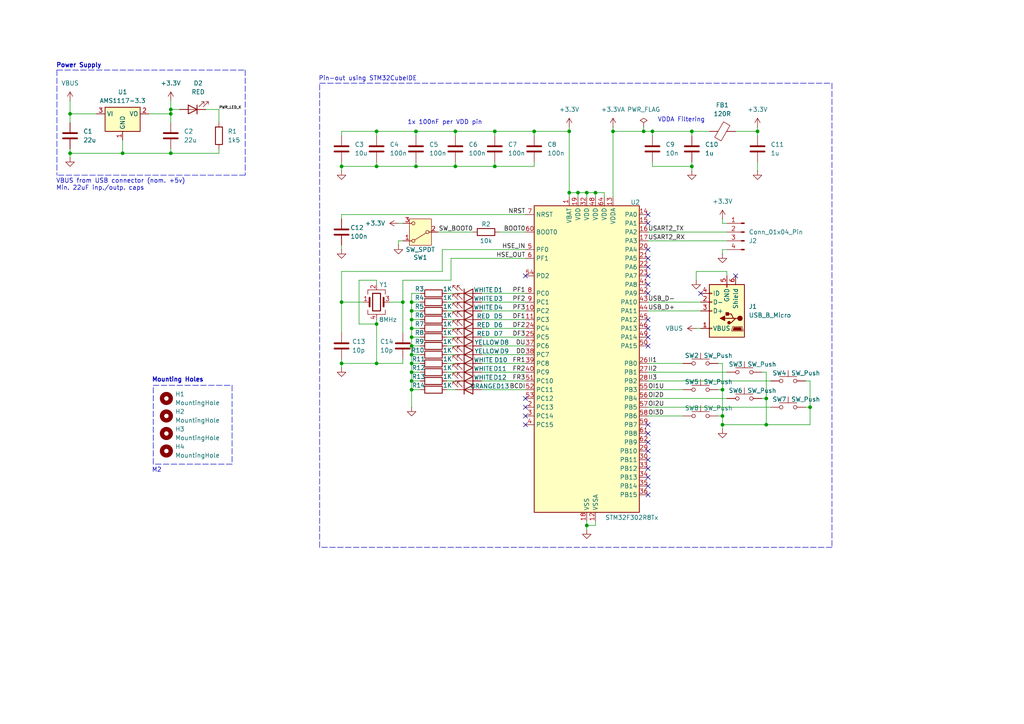
<source format=kicad_sch>
(kicad_sch (version 20231120) (generator "eeschema") (generator_version "8.0")
  (paper "A4")
  (title_block (title "Electronic Elevator Simulator") (company "KV Co."))
  (lib_symbols
    (symbol "Connector:Conn_01x04_Pin" (pin_names (offset 1.016) hide)
      (property "Reference" "J" (at 0 5.08 0))
      (property "Value" "Conn_01x04_Pin" (at 0 -7.62 0))
      (symbol "Conn_01x04_Pin_1_1"
        (pin passive line (at 5.08 2.54 180) (length 3.81) (name "Pin_1") (number "1"))
        (pin passive line (at 5.08 0 180) (length 3.81) (name "Pin_2") (number "2"))
        (pin passive line (at 5.08 -2.54 180) (length 3.81) (name "Pin_3") (number "3"))
        (pin passive line (at 5.08 -5.08 180) (length 3.81) (name "Pin_4") (number "4"))
      )
    )
    (symbol "Connector:USB_B_Micro" (pin_names (offset 1.016))
      (property "Reference" "J" (at -5.08 11.43 0))
      (property "Value" "USB_B_Micro" (at -5.08 8.89 0))
      (symbol "USB_B_Micro_1_1"
        (pin power_out line (at 7.62 5.08 180) (length 2.54) (name "VBUS") (number "1"))
        (pin bidirectional line (at 7.62 -2.54 180) (length 2.54) (name "D-") (number "2"))
        (pin bidirectional line (at 7.62 0 180) (length 2.54) (name "D+") (number "3"))
        (pin passive line (at 7.62 -5.08 180) (length 2.54) (name "ID") (number "4"))
        (pin power_out line (at 0 -10.16 90) (length 2.54) (name "GND") (number "5"))
        (pin passive line (at -2.54 -10.16 90) (length 2.54) (name "Shield") (number "6"))
      )
    )
    (symbol "Device:C" (pin_numbers hide) (pin_names (offset 0.254))
      (property "Reference" "C" (at 0.635 2.54 0))
      (property "Value" "C" (at 0.635 -2.54 0))
      (symbol "C_1_1"
        (pin passive line (at 0 3.81 270) (length 2.794) (name "~") (number "1"))
        (pin passive line (at 0 -3.81 90) (length 2.794) (name "~") (number "2"))
      )
    )
    (symbol "Device:Crystal_GND24" (pin_names (offset 1.016) hide)
      (property "Reference" "Y" (at 3.175 5.08 0))
      (property "Value" "Crystal_GND24" (at 3.175 3.175 0))
      (symbol "Crystal_GND24_1_1"
        (pin passive line (at -3.81 0 0) (length 1.27) (name "1") (number "1"))
        (pin passive line (at 0 5.08 270) (length 1.27) (name "2") (number "2"))
        (pin passive line (at 3.81 0 180) (length 1.27) (name "3") (number "3"))
        (pin passive line (at 0 -5.08 90) (length 1.27) (name "4") (number "4"))
      )
    )
    (symbol "Device:FerriteBead" (pin_numbers hide) (pin_names (offset 0))
      (property "Reference" "FB" (at -3.81 0.635 90))
      (property "Value" "FerriteBead" (at 3.81 0 90))
      (symbol "FerriteBead_1_1"
        (pin passive line (at 0 3.81 270) (length 2.54) (name "~") (number "1"))
        (pin passive line (at 0 -3.81 90) (length 2.54) (name "~") (number "2"))
      )
    )
    (symbol "Device:LED" (pin_numbers hide) (pin_names (offset 1.016) hide)
      (property "Reference" "D" (at 0 2.54 0))
      (property "Value" "LED" (at 0 -2.54 0))
      (symbol "LED_1_1"
        (pin passive line (at -3.81 0 0) (length 2.54) (name "K") (number "1"))
        (pin passive line (at 3.81 0 180) (length 2.54) (name "A") (number "2"))
      )
    )
    (symbol "Device:R" (pin_numbers hide) (pin_names (offset 0))
      (property "Reference" "R" (at 2.032 0 90))
      (property "Value" "R" (at 0 0 90))
      (symbol "R_1_1"
        (pin passive line (at 0 3.81 270) (length 1.27) (name "~") (number "1"))
        (pin passive line (at 0 -3.81 90) (length 1.27) (name "~") (number "2"))
      )
    )
    (symbol "MCU_ST_STM32F3:STM32F302R8Tx"
      (property "Reference" "U" (at -15.24 46.99 0))
      (property "Value" "STM32F302R8Tx" (at 10.16 46.99 0))
      (symbol "STM32F302R8Tx_1_1"
        (pin power_in line (at -5.08 48.26 270) (length 2.54) (name "VBAT") (number "1"))
        (pin bidirectional line (at -17.78 15.24 0) (length 2.54) (name "PC2") (number "10"))
        (pin bidirectional line (at -17.78 12.7 0) (length 2.54) (name "PC3") (number "11"))
        (pin power_in line (at 2.54 -45.72 90) (length 2.54) (name "VSSA") (number "12"))
        (pin power_in line (at 7.62 48.26 270) (length 2.54) (name "VDDA") (number "13"))
        (pin bidirectional line (at 17.78 43.18 180) (length 2.54) (name "PA0") (number "14"))
        (pin bidirectional line (at 17.78 40.64 180) (length 2.54) (name "PA1") (number "15"))
        (pin bidirectional line (at 17.78 38.1 180) (length 2.54) (name "PA2") (number "16"))
        (pin bidirectional line (at 17.78 35.56 180) (length 2.54) (name "PA3") (number "17"))
        (pin power_in line (at 0 -45.72 90) (length 2.54) (name "VSS") (number "18"))
        (pin power_in line (at -2.54 48.26 270) (length 2.54) (name "VDD") (number "19"))
        (pin bidirectional line (at -17.78 -12.7 0) (length 2.54) (name "PC13") (number "2"))
        (pin bidirectional line (at 17.78 33.02 180) (length 2.54) (name "PA4") (number "20"))
        (pin bidirectional line (at 17.78 30.48 180) (length 2.54) (name "PA5") (number "21"))
        (pin bidirectional line (at 17.78 27.94 180) (length 2.54) (name "PA6") (number "22"))
        (pin bidirectional line (at 17.78 25.4 180) (length 2.54) (name "PA7") (number "23"))
        (pin bidirectional line (at -17.78 10.16 0) (length 2.54) (name "PC4") (number "24"))
        (pin bidirectional line (at -17.78 7.62 0) (length 2.54) (name "PC5") (number "25"))
        (pin bidirectional line (at 17.78 0 180) (length 2.54) (name "PB0") (number "26"))
        (pin bidirectional line (at 17.78 -2.54 180) (length 2.54) (name "PB1") (number "27"))
        (pin bidirectional line (at 17.78 -5.08 180) (length 2.54) (name "PB2") (number "28"))
        (pin bidirectional line (at 17.78 -25.4 180) (length 2.54) (name "PB10") (number "29"))
        (pin bidirectional line (at -17.78 -15.24 0) (length 2.54) (name "PC14") (number "3"))
        (pin bidirectional line (at 17.78 -27.94 180) (length 2.54) (name "PB11") (number "30"))
        (pin passive line (at 0 -45.72 90) (length 2.54) hide (name "VSS") (number "31"))
        (pin power_in line (at 0 48.26 270) (length 2.54) (name "VDD") (number "32"))
        (pin bidirectional line (at 17.78 -30.48 180) (length 2.54) (name "PB12") (number "33"))
        (pin bidirectional line (at 17.78 -33.02 180) (length 2.54) (name "PB13") (number "34"))
        (pin bidirectional line (at 17.78 -35.56 180) (length 2.54) (name "PB14") (number "35"))
        (pin bidirectional line (at 17.78 -38.1 180) (length 2.54) (name "PB15") (number "36"))
        (pin bidirectional line (at -17.78 5.08 0) (length 2.54) (name "PC6") (number "37"))
        (pin bidirectional line (at -17.78 2.54 0) (length 2.54) (name "PC7") (number "38"))
        (pin bidirectional line (at -17.78 0 0) (length 2.54) (name "PC8") (number "39"))
        (pin bidirectional line (at -17.78 -17.78 0) (length 2.54) (name "PC15") (number "4"))
        (pin bidirectional line (at -17.78 -2.54 0) (length 2.54) (name "PC9") (number "40"))
        (pin bidirectional line (at 17.78 22.86 180) (length 2.54) (name "PA8") (number "41"))
        (pin bidirectional line (at 17.78 20.32 180) (length 2.54) (name "PA9") (number "42"))
        (pin bidirectional line (at 17.78 17.78 180) (length 2.54) (name "PA10") (number "43"))
        (pin bidirectional line (at 17.78 15.24 180) (length 2.54) (name "PA11") (number "44"))
        (pin bidirectional line (at 17.78 12.7 180) (length 2.54) (name "PA12") (number "45"))
        (pin bidirectional line (at 17.78 10.16 180) (length 2.54) (name "PA13") (number "46"))
        (pin passive line (at 0 -45.72 90) (length 2.54) hide (name "VSS") (number "47"))
        (pin power_in line (at 2.54 48.26 270) (length 2.54) (name "VDD") (number "48"))
        (pin bidirectional line (at 17.78 7.62 180) (length 2.54) (name "PA14") (number "49"))
        (pin bidirectional line (at -17.78 33.02 0) (length 2.54) (name "PF0") (number "5"))
        (pin bidirectional line (at 17.78 5.08 180) (length 2.54) (name "PA15") (number "50"))
        (pin bidirectional line (at -17.78 -5.08 0) (length 2.54) (name "PC10") (number "51"))
        (pin bidirectional line (at -17.78 -7.62 0) (length 2.54) (name "PC11") (number "52"))
        (pin bidirectional line (at -17.78 -10.16 0) (length 2.54) (name "PC12") (number "53"))
        (pin bidirectional line (at -17.78 25.4 0) (length 2.54) (name "PD2") (number "54"))
        (pin bidirectional line (at 17.78 -7.62 180) (length 2.54) (name "PB3") (number "55"))
        (pin bidirectional line (at 17.78 -10.16 180) (length 2.54) (name "PB4") (number "56"))
        (pin bidirectional line (at 17.78 -12.7 180) (length 2.54) (name "PB5") (number "57"))
        (pin bidirectional line (at 17.78 -15.24 180) (length 2.54) (name "PB6") (number "58"))
        (pin bidirectional line (at 17.78 -17.78 180) (length 2.54) (name "PB7") (number "59"))
        (pin bidirectional line (at -17.78 30.48 0) (length 2.54) (name "PF1") (number "6"))
        (pin input line (at -17.78 38.1 0) (length 2.54) (name "BOOT0") (number "60"))
        (pin bidirectional line (at 17.78 -20.32 180) (length 2.54) (name "PB8") (number "61"))
        (pin bidirectional line (at 17.78 -22.86 180) (length 2.54) (name "PB9") (number "62"))
        (pin passive line (at 0 -45.72 90) (length 2.54) hide (name "VSS") (number "63"))
        (pin power_in line (at 5.08 48.26 270) (length 2.54) (name "VDD") (number "64"))
        (pin input line (at -17.78 43.18 0) (length 2.54) (name "NRST") (number "7"))
        (pin bidirectional line (at -17.78 20.32 0) (length 2.54) (name "PC0") (number "8"))
        (pin bidirectional line (at -17.78 17.78 0) (length 2.54) (name "PC1") (number "9"))
      )
    )
    (symbol "Mechanical:MountingHole" (pin_names (offset 1.016)) (exclude_from_sim yes) (in_bom no)
      (property "Reference" "H" (at 0 5.08 0))
      (property "Value" "MountingHole" (at 0 3.175 0))
    )
    (symbol "Regulator_Linear:AMS1117-3.3"
      (property "Reference" "U" (at -3.81 3.175 0))
      (property "Value" "AMS1117-3.3" (at 0 3.175 0))
      (symbol "AMS1117-3.3_1_1"
        (pin power_in line (at 0 -7.62 90) (length 2.54) (name "GND") (number "1"))
        (pin power_out line (at 7.62 0 180) (length 2.54) (name "VO") (number "2"))
        (pin power_in line (at -7.62 0 0) (length 2.54) (name "VI") (number "3"))
      )
    )
    (symbol "Switch:SW_Push" (pin_numbers hide) (pin_names (offset 1.016) hide)
      (property "Reference" "SW" (at 1.27 2.54 0))
      (property "Value" "SW_Push" (at 0 -1.524 0))
      (symbol "SW_Push_0_1"
        (pin passive line (at -5.08 0 0) (length 2.54) (name "1") (number "1"))
        (pin passive line (at 5.08 0 180) (length 2.54) (name "2") (number "2"))
      )
    )
    (symbol "Switch:SW_SPDT" (pin_names (offset 0) hide)
      (property "Reference" "SW" (at 0 5.08 0))
      (property "Value" "SW_SPDT" (at 0 -5.08 0))
      (symbol "SW_SPDT_1_1"
        (pin passive line (at 5.08 2.54 180) (length 2.54) (name "A") (number "1"))
        (pin passive line (at -5.08 0 0) (length 2.54) (name "B") (number "2"))
        (pin passive line (at 5.08 -2.54 180) (length 2.54) (name "C") (number "3"))
      )
    )
    (symbol "power:+3.3V" (power) (pin_numbers hide) (pin_names (offset 0) hide)
      (property "Value" "+3.3V" (at 0 3.556 0))
      (symbol "+3.3V_1_1"
        (pin power_in line (at 0 0 90) (length 0) (name "~") (number "1"))
      )
    )
    (symbol "power:+3.3VA" (power) (pin_numbers hide) (pin_names (offset 0) hide)
      (property "Value" "+3.3VA" (at 0 3.556 0))
      (symbol "+3.3VA_1_1"
        (pin power_in line (at 0 0 90) (length 0) (name "~") (number "1"))
      )
    )
    (symbol "power:GND" (power) (pin_numbers hide) (pin_names (offset 0) hide)
      (property "Value" "GND" (at 0 -3.81 0))
      (symbol "GND_1_1"
        (pin power_in line (at 0 0 270) (length 0) (name "~") (number "1"))
      )
    )
    (symbol "power:PWR_FLAG" (power) (pin_numbers hide) (pin_names (offset 0) hide)
      (property "Value" "PWR_FLAG" (at 0 3.81 0))
      (symbol "PWR_FLAG_0_0"
        (pin power_out line (at 0 0 90) (length 0) (name "~") (number "1"))
      )
    )
    (symbol "power:VBUS" (power) (pin_numbers hide) (pin_names (offset 0) hide)
      (property "Value" "VBUS" (at 0 3.556 0))
      (symbol "VBUS_1_1"
        (pin power_in line (at 0 0 90) (length 0) (name "~") (number "1"))
      )
    )
  )
  (junction (at 177.8 38.1))
  (junction (at 119.38 87.63))
  (junction (at 119.38 110.49))
  (junction (at 165.1 55.88))
  (junction (at 120.65 48.26))
  (junction (at 170.18 55.88))
  (junction (at 172.72 55.88))
  (junction (at 119.38 105.41))
  (junction (at 167.64 55.88))
  (junction (at 99.06 48.26))
  (junction (at 143.51 38.1))
  (junction (at 222.25 123.19))
  (junction (at 209.55 120.65))
  (junction (at 154.94 38.1))
  (junction (at 119.38 90.17))
  (junction (at 209.55 113.03))
  (junction (at 119.38 100.33))
  (junction (at 219.71 38.1))
  (junction (at 120.65 38.1))
  (junction (at 109.22 93.98))
  (junction (at 119.38 107.95))
  (junction (at 119.38 92.71))
  (junction (at 119.38 113.03))
  (junction (at 132.08 48.26))
  (junction (at 99.06 105.41))
  (junction (at 222.25 115.57))
  (junction (at 209.55 123.19))
  (junction (at 20.32 44.45))
  (junction (at 119.38 97.79))
  (junction (at 119.38 102.87))
  (junction (at 132.08 38.1))
  (junction (at 143.51 48.26))
  (junction (at 116.84 87.63))
  (junction (at 165.1 38.1))
  (junction (at 200.66 48.26))
  (junction (at 189.23 38.1))
  (junction (at 20.32 33.02))
  (junction (at 109.22 38.1))
  (junction (at 109.22 105.41))
  (junction (at 234.95 118.11))
  (junction (at 109.22 48.26))
  (junction (at 99.06 87.63))
  (junction (at 186.69 38.1))
  (junction (at 170.18 152.4))
  (junction (at 200.66 38.1))
  (junction (at 49.53 44.45))
  (junction (at 49.53 33.02))
  (junction (at 49.53 31.75))
  (junction (at 119.38 95.25))
  (junction (at 35.56 44.45))
  (no_connect (at 187.96 130.81))
  (no_connect (at 187.96 74.93))
  (no_connect (at 152.4 123.19))
  (no_connect (at 187.96 125.73))
  (no_connect (at 203.2 85.09))
  (no_connect (at 152.4 80.01))
  (no_connect (at 187.96 64.77))
  (no_connect (at 152.4 118.11))
  (no_connect (at 152.4 115.57))
  (no_connect (at 187.96 77.47))
  (no_connect (at 187.96 135.89))
  (no_connect (at 187.96 100.33))
  (no_connect (at 187.96 80.01))
  (no_connect (at 187.96 123.19))
  (no_connect (at 187.96 82.55))
  (no_connect (at 187.96 92.71))
  (no_connect (at 187.96 138.43))
  (no_connect (at 187.96 128.27))
  (no_connect (at 152.4 120.65))
  (no_connect (at 213.36 80.01))
  (no_connect (at 187.96 72.39))
  (no_connect (at 187.96 143.51))
  (no_connect (at 187.96 97.79))
  (no_connect (at 187.96 62.23))
  (no_connect (at 187.96 140.97))
  (no_connect (at 187.96 95.25))
  (no_connect (at 187.96 85.09))
  (no_connect (at 187.96 133.35))
  (wire (pts (xy 129.54 90.17) (xy 132.08 90.17)))
  (wire (pts (xy 99.06 78.74) (xy 128.27 78.74)))
  (wire (pts (xy 121.92 85.09) (xy 119.38 85.09)))
  (wire (pts (xy 109.22 46.99) (xy 109.22 48.26)))
  (wire (pts (xy 99.06 78.74) (xy 99.06 87.63)))
  (wire (pts (xy 109.22 38.1) (xy 109.22 39.37)))
  (wire (pts (xy 49.53 29.21) (xy 49.53 31.75)))
  (wire (pts (xy 49.53 31.75) (xy 52.07 31.75)))
  (wire (pts (xy 119.38 95.25) (xy 119.38 97.79)))
  (wire (pts (xy 170.18 55.88) (xy 167.64 55.88)))
  (wire (pts (xy 119.38 90.17) (xy 119.38 92.71)))
  (wire (pts (xy 120.65 48.26) (xy 132.08 48.26)))
  (wire (pts (xy 119.38 90.17) (xy 121.92 90.17)))
  (wire (pts (xy 210.82 72.39) (xy 209.55 72.39)))
  (wire (pts (xy 139.7 107.95) (xy 152.4 107.95)))
  (wire (pts (xy 49.53 44.45) (xy 63.5 44.45)))
  (wire (pts (xy 121.92 87.63) (xy 119.38 87.63)))
  (wire (pts (xy 220.98 115.57) (xy 222.25 115.57)))
  (wire (pts (xy 170.18 55.88) (xy 170.18 57.15)))
  (wire (pts (xy 201.93 78.74) (xy 210.82 78.74)))
  (wire (pts (xy 119.38 110.49) (xy 119.38 113.03)))
  (wire (pts (xy 20.32 33.02) (xy 27.94 33.02)))
  (wire (pts (xy 200.66 48.26) (xy 189.23 48.26)))
  (wire (pts (xy 187.96 90.17) (xy 203.2 90.17)))
  (wire (pts (xy 130.81 81.28) (xy 116.84 81.28)))
  (wire (pts (xy 129.54 105.41) (xy 132.08 105.41)))
  (wire (pts (xy 99.06 62.23) (xy 152.4 62.23)))
  (polyline (pts (xy 16.51 20.32) (xy 71.12 20.32)) (stroke (width 0) (type dash)))
  (wire (pts (xy 129.54 102.87) (xy 132.08 102.87)))
  (wire (pts (xy 20.32 44.45) (xy 20.32 45.72)))
  (wire (pts (xy 130.81 74.93) (xy 152.4 74.93)))
  (wire (pts (xy 104.14 93.98) (xy 109.22 93.98)))
  (wire (pts (xy 209.55 72.39) (xy 209.55 73.66)))
  (wire (pts (xy 119.38 87.63) (xy 119.38 90.17)))
  (wire (pts (xy 20.32 29.21) (xy 20.32 33.02)))
  (wire (pts (xy 99.06 38.1) (xy 99.06 39.37)))
  (wire (pts (xy 219.71 46.99) (xy 219.71 49.53)))
  (wire (pts (xy 189.23 38.1) (xy 200.66 38.1)))
  (wire (pts (xy 120.65 46.99) (xy 120.65 48.26)))
  (wire (pts (xy 154.94 38.1) (xy 154.94 39.37)))
  (wire (pts (xy 154.94 38.1) (xy 143.51 38.1)))
  (wire (pts (xy 99.06 62.23) (xy 99.06 63.5)))
  (wire (pts (xy 119.38 105.41) (xy 121.92 105.41)))
  (wire (pts (xy 20.32 33.02) (xy 20.32 35.56)))
  (wire (pts (xy 129.54 97.79) (xy 132.08 97.79)))
  (wire (pts (xy 132.08 38.1) (xy 132.08 39.37)))
  (wire (pts (xy 120.65 38.1) (xy 109.22 38.1)))
  (wire (pts (xy 99.06 48.26) (xy 109.22 48.26)))
  (wire (pts (xy 35.56 40.64) (xy 35.56 44.45)))
  (wire (pts (xy 116.84 81.28) (xy 116.84 87.63)))
  (wire (pts (xy 175.26 57.15) (xy 175.26 55.88)))
  (wire (pts (xy 186.69 36.83) (xy 186.69 38.1)))
  (wire (pts (xy 49.53 31.75) (xy 49.53 33.02)))
  (wire (pts (xy 233.68 110.49) (xy 234.95 110.49)))
  (wire (pts (xy 187.96 107.95) (xy 210.82 107.95)))
  (wire (pts (xy 109.22 82.55) (xy 109.22 81.28)))
  (wire (pts (xy 177.8 38.1) (xy 186.69 38.1)))
  (wire (pts (xy 165.1 38.1) (xy 154.94 38.1)))
  (wire (pts (xy 187.96 67.31) (xy 210.82 67.31)))
  (wire (pts (xy 139.7 97.79) (xy 152.4 97.79)))
  (wire (pts (xy 143.51 46.99) (xy 143.51 48.26)))
  (polyline (pts (xy 71.12 50.8) (xy 16.51 50.8)) (stroke (width 0) (type dash)))
  (polyline (pts (xy 92.71 24.13) (xy 241.3 24.13)) (stroke (width 0) (type dash)))
  (wire (pts (xy 170.18 152.4) (xy 172.72 152.4)))
  (wire (pts (xy 209.55 120.65) (xy 209.55 123.19)))
  (wire (pts (xy 187.96 115.57) (xy 210.82 115.57)))
  (wire (pts (xy 165.1 36.83) (xy 165.1 38.1)))
  (wire (pts (xy 139.7 102.87) (xy 152.4 102.87)))
  (wire (pts (xy 208.28 120.65) (xy 209.55 120.65)))
  (wire (pts (xy 209.55 123.19) (xy 222.25 123.19)))
  (wire (pts (xy 172.72 55.88) (xy 172.72 57.15)))
  (wire (pts (xy 130.81 74.93) (xy 130.81 81.28)))
  (polyline (pts (xy 44.45 111.76) (xy 67.31 111.76)) (stroke (width 0) (type dash)))
  (wire (pts (xy 63.5 44.45) (xy 63.5 43.18)))
  (wire (pts (xy 170.18 151.13) (xy 170.18 152.4)))
  (wire (pts (xy 109.22 105.41) (xy 99.06 105.41)))
  (wire (pts (xy 220.98 107.95) (xy 222.25 107.95)))
  (wire (pts (xy 172.72 152.4) (xy 172.72 151.13)))
  (wire (pts (xy 119.38 100.33) (xy 121.92 100.33)))
  (wire (pts (xy 165.1 38.1) (xy 165.1 55.88)))
  (wire (pts (xy 177.8 38.1) (xy 177.8 57.15)))
  (wire (pts (xy 208.28 113.03) (xy 209.55 113.03)))
  (wire (pts (xy 119.38 107.95) (xy 121.92 107.95)))
  (wire (pts (xy 219.71 38.1) (xy 219.71 39.37)))
  (wire (pts (xy 116.84 69.85) (xy 115.57 69.85)))
  (wire (pts (xy 49.53 44.45) (xy 49.53 43.18)))
  (wire (pts (xy 129.54 87.63) (xy 132.08 87.63)))
  (wire (pts (xy 109.22 81.28) (xy 104.14 81.28)))
  (wire (pts (xy 172.72 55.88) (xy 170.18 55.88)))
  (wire (pts (xy 109.22 92.71) (xy 109.22 93.98)))
  (wire (pts (xy 49.53 33.02) (xy 49.53 35.56)))
  (wire (pts (xy 119.38 92.71) (xy 121.92 92.71)))
  (wire (pts (xy 139.7 87.63) (xy 152.4 87.63)))
  (wire (pts (xy 154.94 48.26) (xy 154.94 46.99)))
  (wire (pts (xy 35.56 44.45) (xy 49.53 44.45)))
  (wire (pts (xy 167.64 55.88) (xy 167.64 57.15)))
  (wire (pts (xy 109.22 93.98) (xy 109.22 105.41)))
  (wire (pts (xy 104.14 81.28) (xy 104.14 93.98)))
  (wire (pts (xy 200.66 46.99) (xy 200.66 48.26)))
  (wire (pts (xy 187.96 113.03) (xy 198.12 113.03)))
  (wire (pts (xy 219.71 36.83) (xy 219.71 38.1)))
  (wire (pts (xy 119.38 95.25) (xy 121.92 95.25)))
  (wire (pts (xy 59.69 31.75) (xy 63.5 31.75)))
  (wire (pts (xy 189.23 38.1) (xy 189.23 39.37)))
  (wire (pts (xy 187.96 118.11) (xy 223.52 118.11)))
  (wire (pts (xy 119.38 102.87) (xy 121.92 102.87)))
  (wire (pts (xy 189.23 48.26) (xy 189.23 46.99)))
  (wire (pts (xy 210.82 78.74) (xy 210.82 80.01)))
  (wire (pts (xy 116.84 104.14) (xy 116.84 105.41)))
  (wire (pts (xy 175.26 55.88) (xy 172.72 55.88)))
  (wire (pts (xy 99.06 105.41) (xy 99.06 106.68)))
  (wire (pts (xy 222.25 123.19) (xy 234.95 123.19)))
  (polyline (pts (xy 92.71 158.75) (xy 92.71 24.13)) (stroke (width 0) (type dash)))
  (polyline (pts (xy 67.31 111.76) (xy 67.31 134.62)) (stroke (width 0) (type dash)))
  (wire (pts (xy 116.84 105.41) (xy 109.22 105.41)))
  (wire (pts (xy 116.84 87.63) (xy 116.84 96.52)))
  (wire (pts (xy 167.64 55.88) (xy 165.1 55.88)))
  (wire (pts (xy 129.54 110.49) (xy 132.08 110.49)))
  (wire (pts (xy 200.66 38.1) (xy 205.74 38.1)))
  (wire (pts (xy 143.51 38.1) (xy 132.08 38.1)))
  (wire (pts (xy 177.8 36.83) (xy 177.8 38.1)))
  (wire (pts (xy 99.06 104.14) (xy 99.06 105.41)))
  (wire (pts (xy 119.38 102.87) (xy 119.38 105.41)))
  (wire (pts (xy 119.38 97.79) (xy 121.92 97.79)))
  (wire (pts (xy 222.25 115.57) (xy 222.25 123.19)))
  (wire (pts (xy 139.7 100.33) (xy 152.4 100.33)))
  (wire (pts (xy 209.55 63.5) (xy 209.55 64.77)))
  (wire (pts (xy 139.7 105.41) (xy 152.4 105.41)))
  (wire (pts (xy 233.68 118.11) (xy 234.95 118.11)))
  (wire (pts (xy 201.93 81.28) (xy 201.93 78.74)))
  (wire (pts (xy 119.38 110.49) (xy 121.92 110.49)))
  (wire (pts (xy 20.32 43.18) (xy 20.32 44.45)))
  (wire (pts (xy 187.96 120.65) (xy 198.12 120.65)))
  (wire (pts (xy 109.22 38.1) (xy 99.06 38.1)))
  (wire (pts (xy 127 67.31) (xy 137.16 67.31)))
  (wire (pts (xy 139.7 95.25) (xy 152.4 95.25)))
  (wire (pts (xy 129.54 85.09) (xy 132.08 85.09)))
  (wire (pts (xy 113.03 87.63) (xy 116.84 87.63)))
  (wire (pts (xy 213.36 38.1) (xy 219.71 38.1)))
  (wire (pts (xy 187.96 87.63) (xy 203.2 87.63)))
  (wire (pts (xy 222.25 107.95) (xy 222.25 115.57)))
  (wire (pts (xy 129.54 113.03) (xy 132.08 113.03)))
  (wire (pts (xy 187.96 105.41) (xy 198.12 105.41)))
  (wire (pts (xy 139.7 85.09) (xy 152.4 85.09)))
  (wire (pts (xy 139.7 110.49) (xy 152.4 110.49)))
  (wire (pts (xy 209.55 64.77) (xy 210.82 64.77)))
  (wire (pts (xy 209.55 123.19) (xy 209.55 124.46)))
  (wire (pts (xy 115.57 64.77) (xy 116.84 64.77)))
  (wire (pts (xy 120.65 38.1) (xy 120.65 39.37)))
  (wire (pts (xy 119.38 97.79) (xy 119.38 100.33)))
  (wire (pts (xy 119.38 85.09) (xy 119.38 87.63)))
  (wire (pts (xy 132.08 46.99) (xy 132.08 48.26)))
  (wire (pts (xy 187.96 69.85) (xy 210.82 69.85)))
  (wire (pts (xy 132.08 38.1) (xy 120.65 38.1)))
  (wire (pts (xy 20.32 44.45) (xy 35.56 44.45)))
  (wire (pts (xy 109.22 48.26) (xy 120.65 48.26)))
  (wire (pts (xy 115.57 69.85) (xy 115.57 71.12)))
  (wire (pts (xy 129.54 92.71) (xy 132.08 92.71)))
  (wire (pts (xy 99.06 46.99) (xy 99.06 48.26)))
  (wire (pts (xy 187.96 110.49) (xy 223.52 110.49)))
  (wire (pts (xy 119.38 105.41) (xy 119.38 107.95)))
  (wire (pts (xy 144.78 67.31) (xy 152.4 67.31)))
  (wire (pts (xy 99.06 71.12) (xy 99.06 72.39)))
  (wire (pts (xy 119.38 113.03) (xy 121.92 113.03)))
  (wire (pts (xy 209.55 113.03) (xy 209.55 120.65)))
  (polyline (pts (xy 71.12 20.32) (xy 71.12 50.8)) (stroke (width 0) (type dash)))
  (wire (pts (xy 139.7 90.17) (xy 152.4 90.17)))
  (wire (pts (xy 165.1 55.88) (xy 165.1 57.15)))
  (wire (pts (xy 119.38 100.33) (xy 119.38 102.87)))
  (polyline (pts (xy 16.51 20.32) (xy 16.51 50.8)) (stroke (width 0) (type dash)))
  (wire (pts (xy 208.28 105.41) (xy 209.55 105.41)))
  (wire (pts (xy 234.95 118.11) (xy 234.95 123.19)))
  (wire (pts (xy 119.38 107.95) (xy 119.38 110.49)))
  (wire (pts (xy 99.06 87.63) (xy 99.06 96.52)))
  (wire (pts (xy 139.7 113.03) (xy 152.4 113.03)))
  (wire (pts (xy 200.66 48.26) (xy 200.66 49.53)))
  (wire (pts (xy 129.54 100.33) (xy 132.08 100.33)))
  (wire (pts (xy 119.38 113.03) (xy 119.38 118.11)))
  (wire (pts (xy 186.69 38.1) (xy 189.23 38.1)))
  (wire (pts (xy 128.27 72.39) (xy 152.4 72.39)))
  (wire (pts (xy 234.95 110.49) (xy 234.95 118.11)))
  (wire (pts (xy 139.7 92.71) (xy 152.4 92.71)))
  (wire (pts (xy 143.51 48.26) (xy 154.94 48.26)))
  (wire (pts (xy 128.27 72.39) (xy 128.27 78.74)))
  (wire (pts (xy 132.08 48.26) (xy 143.51 48.26)))
  (wire (pts (xy 200.66 38.1) (xy 200.66 39.37)))
  (polyline (pts (xy 44.45 134.62) (xy 44.45 111.76)) (stroke (width 0) (type dash)))
  (polyline (pts (xy 241.3 158.75) (xy 92.71 158.75)) (stroke (width 0) (type dash)))
  (wire (pts (xy 170.18 152.4) (xy 170.18 153.67)))
  (wire (pts (xy 143.51 38.1) (xy 143.51 39.37)))
  (polyline (pts (xy 67.31 134.62) (xy 44.45 134.62)) (stroke (width 0) (type dash)))
  (wire (pts (xy 63.5 31.75) (xy 63.5 35.56)))
  (wire (pts (xy 209.55 105.41) (xy 209.55 113.03)))
  (wire (pts (xy 201.93 95.25) (xy 203.2 95.25)))
  (wire (pts (xy 119.38 92.71) (xy 119.38 95.25)))
  (wire (pts (xy 99.06 87.63) (xy 105.41 87.63)))
  (wire (pts (xy 43.18 33.02) (xy 49.53 33.02)))
  (wire (pts (xy 99.06 48.26) (xy 99.06 49.53)))
  (polyline (pts (xy 241.3 24.13) (xy 241.3 158.75)) (stroke (width 0) (type dash)))
  (wire (pts (xy 129.54 95.25) (xy 132.08 95.25)))
  (wire (pts (xy 129.54 107.95) (xy 132.08 107.95)))
  (text "Power Supply" (at 22.86 19.05 0) (effects (font (size 1.27 1.27) (thickness 0.254) (bold yes))))
  (text "Pin-out using STM32CubeIDE\n" (at 106.68 22.86 0) (effects (font (size 1.27 1.27))))
  (text "VDDA Filtering" (at 197.612 34.798 0) (effects (font (size 1.27 1.27))))
  (text "1x 100nF per VDD pin" (at 129.032 35.56 0) (effects (font (size 1.27 1.27))))
  (text "Mounting Holes" (at 51.562 110.236 0) (effects (font (size 1.27 1.27) (bold yes))))
  (text "M2\n" (at 45.466 136.398 0) (effects (font (size 1.27 1.27))))
  (text "VBUS from USB connector (nom. +5v)\nMin. 22uF inp./outp. caps" (at 16.256 53.594 0) (effects (font (size 1.27 1.27)) (justify left)))
  (label "BOOT0" (at 152.4 67.31 180))
  (label "DF3" (at 152.4 97.79 180))
  (label "OI1U" (at 187.96 113.03 0))
  (label "USB_D-" (at 187.96 87.63 0))
  (label "PWR_LED_K" (at 63.5 31.75 0) (effects (font (size 0.762 0.762))))
  (label "II1" (at 187.96 105.41 0))
  (label "DD" (at 152.4 102.87 180))
  (label "FR2" (at 152.4 107.95 180))
  (label "PF3" (at 152.4 90.17 180))
  (label "DF1" (at 152.4 92.71 180))
  (label "USART2_TX" (at 187.96 67.31 0))
  (label "OI2U" (at 187.96 118.11 0))
  (label "DF2" (at 152.4 95.25 180))
  (label "DU" (at 152.4 100.33 180))
  (label "USART2_RX" (at 187.96 69.85 0))
  (label "PF1" (at 152.4 85.09 180))
  (label "II3" (at 187.96 110.49 0))
  (label "NRST" (at 152.4 62.23 180))
  (label "USB_D+" (at 187.96 90.17 0))
  (label "HSE_OUT" (at 152.4 74.93 180))
  (label "II2" (at 187.96 107.95 0))
  (label "HSE_IN" (at 152.4 72.39 180))
  (label "OI2D" (at 187.96 115.57 0))
  (label "SW_BOOT0" (at 137.16 67.31 180))
  (label "BCDI" (at 152.4 113.03 180))
  (label "FR1" (at 152.4 105.41 180))
  (label "PF2" (at 152.4 87.63 180))
  (label "FR3" (at 152.4 110.49 180))
  (label "OI3D" (at 187.96 120.65 0))
  (symbol (lib_id "Device:R") (at 125.73 90.17 270) (unit 1)
    (property "Reference" "R5" (at 121.666 88.9 90))
    (property "Value" "1K" (at 129.794 88.9 90))
    (property "Footprint" "Resistor_SMD:R_0402_1005Metric" (effects (hide yes)))
    (property "Description" "Resistor" (effects (hide yes)))
  )
  (symbol (lib_id "Device:LED") (at 135.89 105.41 0) (mirror x) (unit 1)
    (property "Reference" "D10" (at 145.288 104.394 0))
    (property "Value" "WHITE" (at 140.208 104.394 0))
    (property "Footprint" "LED_SMD:LED_0603_1608Metric" (effects (hide yes)))
    (property "Description" "Light emitting diode" (effects (hide yes)))
  )
  (symbol (lib_id "Device:R") (at 125.73 95.25 270) (unit 1)
    (property "Reference" "R7" (at 121.666 93.98 90))
    (property "Value" "1K" (at 129.794 93.98 90))
    (property "Footprint" "Resistor_SMD:R_0402_1005Metric" (effects (hide yes)))
    (property "Description" "Resistor" (effects (hide yes)))
  )
  (symbol (lib_id "Device:C") (at 49.53 39.37 0) (unit 1)
    (property "Reference" "C2" (at 53.34 38.0999 0) (effects (justify left)))
    (property "Value" "22u" (at 53.34 40.6399 0) (effects (justify left)))
    (property "Footprint" "Capacitor_SMD:C_0805_2012Metric" (effects (hide yes)))
    (property "Description" "Unpolarized capacitor" (effects (hide yes)))
  )
  (symbol (lib_id "Device:C") (at 99.06 43.18 0) (unit 1)
    (property "Reference" "C3" (at 102.87 41.9099 0) (effects (justify left)))
    (property "Value" "10u" (at 102.87 44.4499 0) (effects (justify left)))
    (property "Footprint" "Capacitor_SMD:C_0603_1608Metric" (effects (hide yes)))
    (property "Description" "Unpolarized capacitor" (effects (hide yes)))
  )
  (symbol (lib_id "power:+3.3V") (at 49.53 29.21 0) (unit 1)
    (property "Reference" "#PWR03" (effects (hide yes)))
    (property "Value" "+3.3V" (at 49.53 24.13 0))
    (property "Description" "Power symbol creates a global label with name \"+3.3V\"" (effects (hide yes)))
  )
  (symbol (lib_id "Device:C") (at 219.71 43.18 0) (unit 1)
    (property "Reference" "C11" (at 223.52 41.9099 0) (effects (justify left)))
    (property "Value" "1u" (at 223.52 44.4499 0) (effects (justify left)))
    (property "Footprint" "Capacitor_SMD:C_0402_1005Metric" (effects (hide yes)))
    (property "Description" "Unpolarized capacitor" (effects (hide yes)))
  )
  (symbol (lib_id "power:GND") (at 209.55 73.66 0) (unit 1)
    (property "Reference" "#PWR017" (effects (hide yes)))
    (property "Value" "GND" (effects (hide yes)))
    (property "Description" "Power symbol creates a global label with name \"GND\" , ground" (effects (hide yes)))
  )
  (symbol (lib_id "MCU_ST_STM32F3:STM32F302R8Tx") (at 170.18 105.41 0) (unit 1)
    (property "Reference" "U2" (at 182.88 58.674 0) (effects (justify left)))
    (property "Value" "STM32F302R8Tx" (at 175.514 150.114 0) (effects (justify left)))
    (property "Footprint" "Package_QFP:LQFP-64_10x10mm_P0.5mm" (effects (hide yes)))
    (property "Datasheet" "https://www.st.com/resource/en/datasheet/stm32f302r8.pdf" (effects (hide yes)))
    (property "Description" "STMicroelectronics Arm Cortex-M4 MCU, 64KB flash, 16KB RAM, 72 MHz, 2.0-3.6V, 51 GPIO, LQFP64" (effects (hide yes)))
  )
  (symbol (lib_id "Device:Crystal_GND24") (at 109.22 87.63 0) (unit 1)
    (property "Reference" "Y1" (at 111.252 82.55 0))
    (property "Value" "8MHz" (at 112.522 92.71 0))
    (property "Footprint" "Crystal:Crystal_SMD_0603-4Pin_6.0x3.5mm" (effects (hide yes)))
    (property "Description" "Four pin crystal, GND on pins 2 and 4" (effects (hide yes)))
  )
  (symbol (lib_id "Device:FerriteBead") (at 209.55 38.1 90) (unit 1)
    (property "Reference" "FB1" (at 209.4992 30.48 90))
    (property "Value" "120R" (at 209.4992 33.02 90))
    (property "Footprint" "Inductor_SMD:L_0603_1608Metric" (effects (hide yes)))
    (property "Description" "Ferrite bead" (effects (hide yes)))
  )
  (symbol (lib_id "Switch:SW_Push") (at 215.9 107.95 0) (unit 1)
    (property "Reference" "SW3" (at 213.36 105.664 0))
    (property "Value" "SW_Push" (at 220.98 105.664 0))
    (property "Footprint" "Button_Switch_THT:SW_PUSH_6mm_H5mm" (effects (hide yes)))
    (property "Description" "Push button switch, generic, two pins" (effects (hide yes)))
  )
  (symbol (lib_id "Mechanical:MountingHole") (at 48.26 125.73 0) (unit 1) (exclude_from_sim yes) (in_bom no)
    (property "Reference" "H3" (at 50.8 124.4599 0) (effects (justify left)))
    (property "Value" "MountingHole" (at 50.8 126.9999 0) (effects (justify left)))
    (property "Footprint" "MountingHole:MountingHole_2.2mm_M2" (effects (hide yes)))
    (property "Description" "Mounting Hole without connection" (effects (hide yes)))
  )
  (symbol (lib_id "Connector:Conn_01x04_Pin") (at 215.9 67.31 0) (mirror y) (unit 1)
    (property "Reference" "J2" (at 217.17 69.8501 0) (effects (justify right)))
    (property "Value" "Conn_01x04_Pin" (at 217.17 67.3101 0) (effects (justify right)))
    (property "Footprint" "Connector_PinHeader_2.54mm:PinHeader_1x04_P2.54mm_Vertical" (effects (hide yes)))
    (property "Description" "Generic connector, single row, 01x04, script generated" (effects (hide yes)))
  )
  (symbol (lib_id "power:VBUS") (at 20.32 29.21 0) (unit 1)
    (property "Reference" "#PWR01" (effects (hide yes)))
    (property "Value" "VBUS" (at 20.32 24.13 0))
    (property "Description" "Power symbol creates a global label with name \"VBUS\"" (effects (hide yes)))
  )
  (symbol (lib_id "power:GND") (at 115.57 71.12 0) (unit 1)
    (property "Reference" "#PWR013" (effects (hide yes)))
    (property "Value" "GND" (effects (hide yes)))
    (property "Description" "Power symbol creates a global label with name \"GND\" , ground" (effects (hide yes)))
  )
  (symbol (lib_id "power:GND") (at 209.55 124.46 0) (unit 1)
    (property "Reference" "#PWR019" (effects (hide yes)))
    (property "Value" "GND" (effects (hide yes)))
    (property "Description" "Power symbol creates a global label with name \"GND\" , ground" (effects (hide yes)))
  )
  (symbol (lib_id "Device:R") (at 125.73 107.95 270) (unit 1)
    (property "Reference" "R12" (at 121.412 106.68 90))
    (property "Value" "1K" (at 129.794 106.68 90))
    (property "Footprint" "Resistor_SMD:R_0402_1005Metric" (effects (hide yes)))
    (property "Description" "Resistor" (effects (hide yes)))
  )
  (symbol (lib_id "power:+3.3V") (at 115.57 64.77 90) (unit 1)
    (property "Reference" "#PWR012" (effects (hide yes)))
    (property "Value" "+3.3V" (at 111.76 64.7699 90) (effects (justify left)))
    (property "Description" "Power symbol creates a global label with name \"+3.3V\"" (effects (hide yes)))
  )
  (symbol (lib_id "Device:C") (at 120.65 43.18 0) (unit 1)
    (property "Reference" "C5" (at 124.46 41.9099 0) (effects (justify left)))
    (property "Value" "100n" (at 124.46 44.4499 0) (effects (justify left)))
    (property "Footprint" "Capacitor_SMD:C_0402_1005Metric" (effects (hide yes)))
    (property "Description" "Unpolarized capacitor" (effects (hide yes)))
  )
  (symbol (lib_id "power:+3.3VA") (at 177.8 36.83 0) (unit 1)
    (property "Reference" "#PWR06" (effects (hide yes)))
    (property "Value" "+3.3VA" (at 177.8 31.75 0))
    (property "Description" "Power symbol creates a global label with name \"+3.3VA\"" (effects (hide yes)))
  )
  (symbol (lib_id "Device:LED") (at 135.89 92.71 0) (mirror x) (unit 1)
    (property "Reference" "D5" (at 144.526 91.694 0))
    (property "Value" "RED" (at 140.208 91.694 0))
    (property "Footprint" "LED_SMD:LED_0603_1608Metric" (effects (hide yes)))
    (property "Description" "Light emitting diode" (effects (hide yes)))
  )
  (symbol (lib_id "power:GND") (at 20.32 45.72 0) (unit 1)
    (property "Reference" "#PWR02" (effects (hide yes)))
    (property "Value" "GND" (effects (hide yes)))
    (property "Description" "Power symbol creates a global label with name \"GND\" , ground" (effects (hide yes)))
  )
  (symbol (lib_id "Mechanical:MountingHole") (at 48.26 115.57 0) (unit 1) (exclude_from_sim yes) (in_bom no)
    (property "Reference" "H1" (at 50.8 114.2999 0) (effects (justify left)))
    (property "Value" "MountingHole" (at 50.8 116.8399 0) (effects (justify left)))
    (property "Footprint" "MountingHole:MountingHole_2.2mm_M2" (effects (hide yes)))
    (property "Description" "Mounting Hole without connection" (effects (hide yes)))
  )
  (symbol (lib_id "Device:LED") (at 135.89 90.17 0) (mirror x) (unit 1)
    (property "Reference" "D4" (at 144.526 89.154 0))
    (property "Value" "WHITE" (at 140.208 89.154 0))
    (property "Footprint" "LED_SMD:LED_0603_1608Metric" (effects (hide yes)))
    (property "Description" "Light emitting diode" (effects (hide yes)))
  )
  (symbol (lib_id "power:+3.3V") (at 219.71 36.83 0) (unit 1)
    (property "Reference" "#PWR07" (effects (hide yes)))
    (property "Value" "+3.3V" (at 219.71 31.75 0))
    (property "Description" "Power symbol creates a global label with name \"+3.3V\"" (effects (hide yes)))
  )
  (symbol (lib_id "Device:LED") (at 135.89 100.33 0) (mirror x) (unit 1)
    (property "Reference" "D8" (at 146.304 99.314 0))
    (property "Value" "YELLOW" (at 141.224 99.314 0))
    (property "Footprint" "LED_SMD:LED_0603_1608Metric" (effects (hide yes)))
    (property "Description" "Light emitting diode" (effects (hide yes)))
  )
  (symbol (lib_id "Device:R") (at 140.97 67.31 90) (unit 1)
    (property "Reference" "R2" (at 140.97 65.024 90))
    (property "Value" "10k" (at 140.97 69.85 90))
    (property "Footprint" "Resistor_SMD:R_0402_1005Metric" (effects (hide yes)))
    (property "Description" "Resistor" (effects (hide yes)))
  )
  (symbol (lib_id "Connector:USB_B_Micro") (at 210.82 90.17 180) (unit 1)
    (property "Reference" "J1" (at 217.17 88.8999 0) (effects (justify right)))
    (property "Value" "USB_B_Micro" (at 217.17 91.4399 0) (effects (justify right)))
    (property "Footprint" "Connector_USB:USB_Micro-B_Wuerth_629105150521" (effects (hide yes)))
    (property "Description" "USB Micro Type B connector" (effects (hide yes)))
  )
  (symbol (lib_id "Switch:SW_Push") (at 203.2 120.65 0) (unit 1)
    (property "Reference" "SW8" (at 200.66 118.364 0))
    (property "Value" "SW_Push" (at 208.28 118.364 0))
    (property "Footprint" "Button_Switch_THT:SW_PUSH_6mm_H5mm" (effects (hide yes)))
    (property "Description" "Push button switch, generic, two pins" (effects (hide yes)))
  )
  (symbol (lib_id "Device:C") (at 143.51 43.18 0) (unit 1)
    (property "Reference" "C7" (at 147.32 41.9099 0) (effects (justify left)))
    (property "Value" "100n" (at 147.32 44.4499 0) (effects (justify left)))
    (property "Footprint" "Capacitor_SMD:C_0402_1005Metric" (effects (hide yes)))
    (property "Description" "Unpolarized capacitor" (effects (hide yes)))
  )
  (symbol (lib_id "Device:C") (at 132.08 43.18 0) (unit 1)
    (property "Reference" "C6" (at 135.89 41.9099 0) (effects (justify left)))
    (property "Value" "100n" (at 135.89 44.4499 0) (effects (justify left)))
    (property "Footprint" "Capacitor_SMD:C_0402_1005Metric" (effects (hide yes)))
    (property "Description" "Unpolarized capacitor" (effects (hide yes)))
  )
  (symbol (lib_id "Switch:SW_Push") (at 203.2 105.41 0) (unit 1)
    (property "Reference" "SW2" (at 200.66 103.124 0))
    (property "Value" "SW_Push" (at 208.28 103.124 0))
    (property "Footprint" "Button_Switch_THT:SW_PUSH_6mm_H5mm" (effects (hide yes)))
    (property "Description" "Push button switch, generic, two pins" (effects (hide yes)))
  )
  (symbol (lib_id "Switch:SW_Push") (at 203.2 113.03 0) (unit 1)
    (property "Reference" "SW5" (at 200.66 110.744 0))
    (property "Value" "SW_Push" (at 208.28 110.744 0))
    (property "Footprint" "Button_Switch_THT:SW_PUSH_6mm_H5mm" (effects (hide yes)))
    (property "Description" "Push button switch, generic, two pins" (effects (hide yes)))
  )
  (symbol (lib_id "power:VBUS") (at 201.93 95.25 90) (unit 1)
    (property "Reference" "#PWR014" (effects (hide yes)))
    (property "Value" "VBUS" (at 198.12 95.2499 90) (effects (justify left)))
    (property "Description" "Power symbol creates a global label with name \"VBUS\"" (effects (hide yes)))
  )
  (symbol (lib_id "Device:LED") (at 135.89 85.09 0) (mirror x) (unit 1)
    (property "Reference" "D1" (at 144.526 84.074 0))
    (property "Value" "WHITE" (at 140.208 84.074 0))
    (property "Footprint" "LED_SMD:LED_0603_1608Metric" (effects (hide yes)))
    (property "Description" "Light emitting diode" (effects (hide yes)))
  )
  (symbol (lib_id "Device:C") (at 109.22 43.18 0) (unit 1)
    (property "Reference" "C4" (at 113.03 41.9099 0) (effects (justify left)))
    (property "Value" "100n" (at 113.03 44.4499 0) (effects (justify left)))
    (property "Footprint" "Capacitor_SMD:C_0402_1005Metric" (effects (hide yes)))
    (property "Description" "Unpolarized capacitor" (effects (hide yes)))
  )
  (symbol (lib_id "power:GND") (at 219.71 49.53 0) (unit 1)
    (property "Reference" "#PWR09" (effects (hide yes)))
    (property "Value" "GND" (effects (hide yes)))
    (property "Description" "Power symbol creates a global label with name \"GND\" , ground" (effects (hide yes)))
  )
  (symbol (lib_id "Device:C") (at 99.06 100.33 0) (unit 1)
    (property "Reference" "C13" (at 102.108 99.06 0) (effects (justify left)))
    (property "Value" "10p" (at 102.108 101.6 0) (effects (justify left)))
    (property "Footprint" "Capacitor_SMD:C_0402_1005Metric" (effects (hide yes)))
    (property "Description" "Unpolarized capacitor" (effects (hide yes)))
  )
  (symbol (lib_id "power:GND") (at 99.06 106.68 0) (unit 1)
    (property "Reference" "#PWR018" (effects (hide yes)))
    (property "Value" "GND" (effects (hide yes)))
    (property "Description" "Power symbol creates a global label with name \"GND\" , ground" (effects (hide yes)))
  )
  (symbol (lib_id "Device:R") (at 125.73 97.79 270) (unit 1)
    (property "Reference" "R8" (at 121.666 96.52 90))
    (property "Value" "1K" (at 129.794 96.52 90))
    (property "Footprint" "Resistor_SMD:R_0402_1005Metric" (effects (hide yes)))
    (property "Description" "Resistor" (effects (hide yes)))
  )
  (symbol (lib_id "Device:C") (at 116.84 100.33 0) (unit 1)
    (property "Reference" "C14" (at 110.236 99.06 0) (effects (justify left)))
    (property "Value" "10p" (at 110.236 101.6 0) (effects (justify left)))
    (property "Footprint" "Capacitor_SMD:C_0402_1005Metric" (effects (hide yes)))
    (property "Description" "Unpolarized capacitor" (effects (hide yes)))
  )
  (symbol (lib_id "Switch:SW_Push") (at 228.6 118.11 0) (unit 1)
    (property "Reference" "SW7" (at 226.06 115.824 0))
    (property "Value" "SW_Push" (at 233.68 115.824 0))
    (property "Footprint" "Button_Switch_THT:SW_PUSH_6mm_H5mm" (effects (hide yes)))
    (property "Description" "Push button switch, generic, two pins" (effects (hide yes)))
  )
  (symbol (lib_id "Device:R") (at 125.73 102.87 270) (unit 1)
    (property "Reference" "R10" (at 121.158 101.6 90))
    (property "Value" "1K" (at 129.794 101.6 90))
    (property "Footprint" "Resistor_SMD:R_0402_1005Metric" (effects (hide yes)))
    (property "Description" "Resistor" (effects (hide yes)))
  )
  (symbol (lib_id "Device:R") (at 125.73 105.41 270) (unit 1)
    (property "Reference" "R11" (at 121.412 104.14 90))
    (property "Value" "1K" (at 129.794 104.14 90))
    (property "Footprint" "Resistor_SMD:R_0402_1005Metric" (effects (hide yes)))
    (property "Description" "Resistor" (effects (hide yes)))
  )
  (symbol (lib_id "Device:LED") (at 135.89 107.95 0) (mirror x) (unit 1)
    (property "Reference" "D11" (at 145.034 106.934 0))
    (property "Value" "WHITE" (at 140.208 106.934 0))
    (property "Footprint" "LED_SMD:LED_0603_1608Metric" (effects (hide yes)))
    (property "Description" "Light emitting diode" (effects (hide yes)))
  )
  (symbol (lib_id "Device:LED") (at 135.89 113.03 0) (mirror x) (unit 1)
    (property "Reference" "D13" (at 145.796 112.014 0))
    (property "Value" "ORANGE" (at 140.208 112.014 0))
    (property "Footprint" "LED_SMD:LED_0603_1608Metric" (effects (hide yes)))
    (property "Description" "Light emitting diode" (effects (hide yes)))
  )
  (symbol (lib_id "Device:R") (at 63.5 39.37 0) (unit 1)
    (property "Reference" "R1" (at 66.04 38.0999 0) (effects (justify left)))
    (property "Value" "1k5" (at 66.04 40.6399 0) (effects (justify left)))
    (property "Footprint" "Resistor_SMD:R_0402_1005Metric" (effects (hide yes)))
    (property "Description" "Resistor" (effects (hide yes)))
  )
  (symbol (lib_id "Device:C") (at 189.23 43.18 0) (unit 1)
    (property "Reference" "C9" (at 193.04 41.9099 0) (effects (justify left)))
    (property "Value" "10n" (at 193.04 44.4499 0) (effects (justify left)))
    (property "Footprint" "Capacitor_SMD:C_0402_1005Metric" (effects (hide yes)))
    (property "Description" "Unpolarized capacitor" (effects (hide yes)))
  )
  (symbol (lib_id "power:GND") (at 170.18 153.67 0) (unit 1)
    (property "Reference" "#PWR010" (effects (hide yes)))
    (property "Value" "GND" (effects (hide yes)))
    (property "Description" "Power symbol creates a global label with name \"GND\" , ground" (effects (hide yes)))
  )
  (symbol (lib_id "power:GND") (at 99.06 72.39 0) (unit 1)
    (property "Reference" "#PWR011" (effects (hide yes)))
    (property "Value" "GND" (effects (hide yes)))
    (property "Description" "Power symbol creates a global label with name \"GND\" , ground" (effects (hide yes)))
  )
  (symbol (lib_id "Device:R") (at 125.73 110.49 270) (unit 1)
    (property "Reference" "R13" (at 121.412 109.22 90))
    (property "Value" "1K" (at 129.794 109.22 90))
    (property "Footprint" "Resistor_SMD:R_0402_1005Metric" (effects (hide yes)))
    (property "Description" "Resistor" (effects (hide yes)))
  )
  (symbol (lib_id "power:GND") (at 99.06 49.53 0) (unit 1)
    (property "Reference" "#PWR05" (effects (hide yes)))
    (property "Value" "GND" (effects (hide yes)))
    (property "Description" "Power symbol creates a global label with name \"GND\" , ground" (effects (hide yes)))
  )
  (symbol (lib_id "Device:LED") (at 135.89 110.49 0) (mirror x) (unit 1)
    (property "Reference" "D12" (at 145.034 109.474 0))
    (property "Value" "WHITE" (at 140.208 109.474 0))
    (property "Footprint" "LED_SMD:LED_0603_1608Metric" (effects (hide yes)))
    (property "Description" "Light emitting diode" (effects (hide yes)))
  )
  (symbol (lib_id "Device:LED") (at 55.88 31.75 180) (unit 1)
    (property "Reference" "D2" (at 57.4675 24.13 0))
    (property "Value" "RED" (at 57.4675 26.67 0))
    (property "Footprint" "LED_SMD:LED_0603_1608Metric" (effects (hide yes)))
    (property "Description" "Light emitting diode" (effects (hide yes)))
  )
  (symbol (lib_id "Device:R") (at 125.73 92.71 270) (unit 1)
    (property "Reference" "R6" (at 121.666 91.44 90))
    (property "Value" "1K" (at 129.794 91.44 90))
    (property "Footprint" "Resistor_SMD:R_0402_1005Metric" (effects (hide yes)))
    (property "Description" "Resistor" (effects (hide yes)))
  )
  (symbol (lib_id "power:+3.3V") (at 209.55 63.5 0) (unit 1)
    (property "Reference" "#PWR016" (effects (hide yes)))
    (property "Value" "+3.3V" (at 209.55 58.42 0))
    (property "Description" "Power symbol creates a global label with name \"+3.3V\"" (effects (hide yes)))
  )
  (symbol (lib_id "Device:R") (at 125.73 100.33 270) (unit 1)
    (property "Reference" "R9" (at 121.666 99.06 90))
    (property "Value" "1K" (at 129.794 99.06 90))
    (property "Footprint" "Resistor_SMD:R_0402_1005Metric" (effects (hide yes)))
    (property "Description" "Resistor" (effects (hide yes)))
  )
  (symbol (lib_id "Device:C") (at 99.06 67.31 0) (unit 1)
    (property "Reference" "C12" (at 101.6 66.04 0) (effects (justify left)))
    (property "Value" "100n" (at 101.6 68.58 0) (effects (justify left)))
    (property "Footprint" "Capacitor_SMD:C_0402_1005Metric" (effects (hide yes)))
    (property "Description" "Unpolarized capacitor" (effects (hide yes)))
  )
  (symbol (lib_id "power:GND") (at 201.93 81.28 0) (unit 1)
    (property "Reference" "#PWR015" (effects (hide yes)))
    (property "Value" "GND" (effects (hide yes)))
    (property "Description" "Power symbol creates a global label with name \"GND\" , ground" (effects (hide yes)))
  )
  (symbol (lib_id "Device:R") (at 125.73 87.63 270) (unit 1)
    (property "Reference" "R4" (at 121.666 86.36 90))
    (property "Value" "1K" (at 129.794 86.36 90))
    (property "Footprint" "Resistor_SMD:R_0402_1005Metric" (effects (hide yes)))
    (property "Description" "Resistor" (effects (hide yes)))
  )
  (symbol (lib_id "Device:LED") (at 135.89 95.25 0) (mirror x) (unit 1)
    (property "Reference" "D6" (at 144.526 94.234 0))
    (property "Value" "RED" (at 140.208 94.234 0))
    (property "Footprint" "LED_SMD:LED_0603_1608Metric" (effects (hide yes)))
    (property "Description" "Light emitting diode" (effects (hide yes)))
  )
  (symbol (lib_id "power:GND") (at 119.38 118.11 0) (unit 1)
    (property "Reference" "#PWR020" (effects (hide yes)))
    (property "Value" "GND" (effects (hide yes)))
    (property "Description" "Power symbol creates a global label with name \"GND\" , ground" (effects (hide yes)))
  )
  (symbol (lib_id "Device:C") (at 154.94 43.18 0) (unit 1)
    (property "Reference" "C8" (at 158.75 41.9099 0) (effects (justify left)))
    (property "Value" "100n" (at 158.75 44.4499 0) (effects (justify left)))
    (property "Footprint" "Capacitor_SMD:C_0402_1005Metric" (effects (hide yes)))
    (property "Description" "Unpolarized capacitor" (effects (hide yes)))
  )
  (symbol (lib_id "Mechanical:MountingHole") (at 48.26 130.81 0) (unit 1) (exclude_from_sim yes) (in_bom no)
    (property "Reference" "H4" (at 50.8 129.5399 0) (effects (justify left)))
    (property "Value" "MountingHole" (at 50.8 132.0799 0) (effects (justify left)))
    (property "Footprint" "MountingHole:MountingHole_2.2mm_M2" (effects (hide yes)))
    (property "Description" "Mounting Hole without connection" (effects (hide yes)))
  )
  (symbol (lib_id "Device:R") (at 125.73 113.03 270) (unit 1)
    (property "Reference" "R14" (at 121.412 111.76 90))
    (property "Value" "1K" (at 129.794 111.76 90))
    (property "Footprint" "Resistor_SMD:R_0402_1005Metric" (effects (hide yes)))
    (property "Description" "Resistor" (effects (hide yes)))
  )
  (symbol (lib_id "Mechanical:MountingHole") (at 48.26 120.65 0) (unit 1) (exclude_from_sim yes) (in_bom no)
    (property "Reference" "H2" (at 50.8 119.3799 0) (effects (justify left)))
    (property "Value" "MountingHole" (at 50.8 121.9199 0) (effects (justify left)))
    (property "Footprint" "MountingHole:MountingHole_2.2mm_M2" (effects (hide yes)))
    (property "Description" "Mounting Hole without connection" (effects (hide yes)))
  )
  (symbol (lib_id "power:GND") (at 200.66 49.53 0) (unit 1)
    (property "Reference" "#PWR08" (effects (hide yes)))
    (property "Value" "GND" (effects (hide yes)))
    (property "Description" "Power symbol creates a global label with name \"GND\" , ground" (effects (hide yes)))
  )
  (symbol (lib_id "Device:LED") (at 135.89 97.79 0) (mirror x) (unit 1)
    (property "Reference" "D7" (at 144.526 96.774 0))
    (property "Value" "RED" (at 140.208 96.774 0))
    (property "Footprint" "LED_SMD:LED_0603_1608Metric" (effects (hide yes)))
    (property "Description" "Light emitting diode" (effects (hide yes)))
  )
  (symbol (lib_id "Switch:SW_Push") (at 228.6 110.49 0) (unit 1)
    (property "Reference" "SW4" (at 226.06 108.204 0))
    (property "Value" "SW_Push" (at 233.68 108.204 0))
    (property "Footprint" "Button_Switch_THT:SW_PUSH_6mm_H5mm" (effects (hide yes)))
    (property "Description" "Push button switch, generic, two pins" (effects (hide yes)))
  )
  (symbol (lib_id "Device:R") (at 125.73 85.09 270) (unit 1)
    (property "Reference" "R3" (at 121.666 83.82 90))
    (property "Value" "1K" (at 129.794 83.82 90))
    (property "Footprint" "Resistor_SMD:R_0402_1005Metric" (effects (hide yes)))
    (property "Description" "Resistor" (effects (hide yes)))
  )
  (symbol (lib_id "Switch:SW_SPDT") (at 121.92 67.31 180) (unit 1)
    (property "Reference" "SW1" (at 121.92 74.676 0))
    (property "Value" "SW_SPDT" (at 121.92 72.39 0))
    (property "Footprint" "Button_Switch_SMD:SW_SPDT_PCM12" (effects (hide yes)))
    (property "Description" "Switch, single pole double throw" (effects (hide yes)))
  )
  (symbol (lib_id "power:PWR_FLAG") (at 186.69 36.83 0) (unit 1)
    (property "Reference" "#FLG01" (effects (hide yes)))
    (property "Value" "PWR_FLAG" (at 186.69 31.75 0))
    (property "Description" "Special symbol for telling ERC where power comes from" (effects (hide yes)))
  )
  (symbol (lib_id "Device:C") (at 200.66 43.18 0) (unit 1)
    (property "Reference" "C10" (at 204.47 41.9099 0) (effects (justify left)))
    (property "Value" "1u" (at 204.47 44.4499 0) (effects (justify left)))
    (property "Footprint" "Capacitor_SMD:C_0402_1005Metric" (effects (hide yes)))
    (property "Description" "Unpolarized capacitor" (effects (hide yes)))
  )
  (symbol (lib_id "Device:LED") (at 135.89 102.87 0) (mirror x) (unit 1)
    (property "Reference" "D9" (at 146.304 101.854 0))
    (property "Value" "YELLOW" (at 141.224 101.854 0))
    (property "Footprint" "LED_SMD:LED_0603_1608Metric" (effects (hide yes)))
    (property "Description" "Light emitting diode" (effects (hide yes)))
  )
  (symbol (lib_id "Device:C") (at 20.32 39.37 0) (unit 1)
    (property "Reference" "C1" (at 24.13 38.0999 0) (effects (justify left)))
    (property "Value" "22u" (at 24.13 40.6399 0) (effects (justify left)))
    (property "Footprint" "Capacitor_SMD:C_0805_2012Metric" (effects (hide yes)))
    (property "Description" "Unpolarized capacitor" (effects (hide yes)))
  )
  (symbol (lib_id "power:+3.3V") (at 165.1 36.83 0) (unit 1)
    (property "Reference" "#PWR04" (effects (hide yes)))
    (property "Value" "+3.3V" (at 165.1 31.75 0))
    (property "Description" "Power symbol creates a global label with name \"+3.3V\"" (effects (hide yes)))
  )
  (symbol (lib_id "Regulator_Linear:AMS1117-3.3") (at 35.56 33.02 0) (unit 1)
    (property "Reference" "U1" (at 35.56 26.67 0))
    (property "Value" "AMS1117-3.3" (at 35.56 29.21 0))
    (property "Footprint" "Package_TO_SOT_SMD:SOT-223-3_TabPin2" (effects (hide yes)))
    (property "Datasheet" "http://www.advanced-monolithic.com/pdf/ds1117.pdf" (effects (hide yes)))
    (property "Description" "1A Low Dropout regulator, positive, 3.3V fixed output, SOT-223" (effects (hide yes)))
  )
  (symbol (lib_id "Device:LED") (at 135.89 87.63 0) (mirror x) (unit 1)
    (property "Reference" "D3" (at 144.526 86.614 0))
    (property "Value" "WHITE" (at 140.208 86.614 0))
    (property "Footprint" "LED_SMD:LED_0603_1608Metric" (effects (hide yes)))
    (property "Description" "Light emitting diode" (effects (hide yes)))
  )
  (symbol (lib_id "Switch:SW_Push") (at 215.9 115.57 0) (unit 1)
    (property "Reference" "SW6" (at 213.36 113.284 0))
    (property "Value" "SW_Push" (at 220.98 113.284 0))
    (property "Footprint" "Button_Switch_THT:SW_PUSH_6mm_H5mm" (effects (hide yes)))
    (property "Description" "Push button switch, generic, two pins" (effects (hide yes)))
  )
)
</source>
